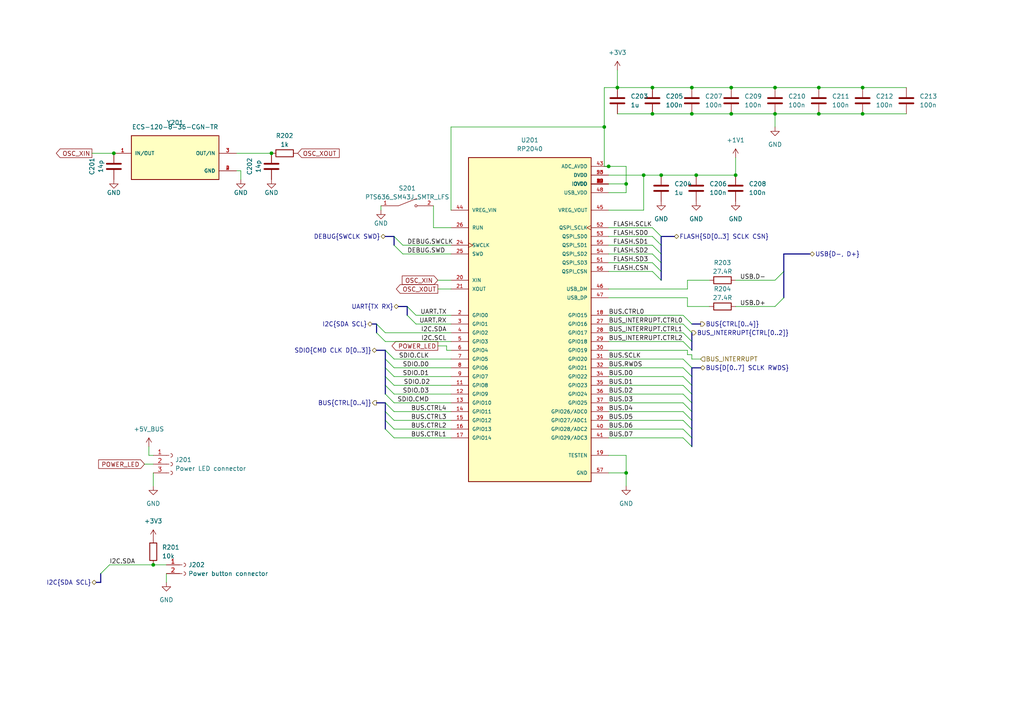
<source format=kicad_sch>
(kicad_sch (version 20221004) (generator eeschema)
  (paper "A4")
  (lib_symbols
    (symbol "Connector:Conn_01x02_Female" (pin_names (offset 1.016) hide)
      (property "Reference" "J" (at 0 2.54 0))
      (property "Value" "Conn_01x02_Female" (at 0 -5.08 0))
      (symbol "Conn_01x02_Female_1_1"
        (arc (start 0 -3.048) (mid 0.5058 -2.54) (end 0 -2.032) (stroke (width 0.1524)))
        (arc (start 0 -0.508) (mid 0.5058 0) (end 0 0.508) (stroke (width 0.1524)))
        (polyline (pts (xy -1.27 -2.54) (xy -0.508 -2.54)) (stroke (width 0.1524)))
        (polyline (pts (xy -1.27 0) (xy -0.508 0)) (stroke (width 0.1524)))
        (pin passive line (at -5.08 0 0) (length 3.81) (name "Pin_1") (number "1"))
        (pin passive line (at -5.08 -2.54 0) (length 3.81) (name "Pin_2") (number "2"))
      )
    )
    (symbol "Connector:Conn_01x03_Female" (pin_names (offset 1.016) hide)
      (property "Reference" "J" (at 0 5.08 0))
      (property "Value" "Conn_01x03_Female" (at 0 -5.08 0))
      (symbol "Conn_01x03_Female_1_1"
        (arc (start 0 -3.048) (mid 0.5058 -2.54) (end 0 -2.032) (stroke (width 0.1524)))
        (arc (start 0 -0.508) (mid 0.5058 0) (end 0 0.508) (stroke (width 0.1524)))
        (polyline (pts (xy -1.27 -2.54) (xy -0.508 -2.54)) (stroke (width 0.1524)))
        (polyline (pts (xy -1.27 0) (xy -0.508 0)) (stroke (width 0.1524)))
        (polyline (pts (xy -1.27 2.54) (xy -0.508 2.54)) (stroke (width 0.1524)))
        (arc (start 0 2.032) (mid 0.5058 2.54) (end 0 3.048) (stroke (width 0.1524)))
        (pin passive line (at -5.08 2.54 0) (length 3.81) (name "Pin_1") (number "1"))
        (pin passive line (at -5.08 0 0) (length 3.81) (name "Pin_2") (number "2"))
        (pin passive line (at -5.08 -2.54 0) (length 3.81) (name "Pin_3") (number "3"))
      )
    )
    (symbol "Device:C" (pin_numbers hide) (pin_names (offset 0.254))
      (property "Reference" "C" (at 0.635 2.54 0))
      (property "Value" "C" (at 0.635 -2.54 0))
      (symbol "C_0_1"
        (polyline (pts (xy -2.032 -0.762) (xy 2.032 -0.762)) (stroke (width 0.508)))
        (polyline (pts (xy -2.032 0.762) (xy 2.032 0.762)) (stroke (width 0.508)))
      )
      (symbol "C_1_1"
        (pin passive line (at 0 3.81 270) (length 2.794) (name "~") (number "1"))
        (pin passive line (at 0 -3.81 90) (length 2.794) (name "~") (number "2"))
      )
    )
    (symbol "Device:R" (pin_numbers hide) (pin_names (offset 0))
      (property "Reference" "R" (at 2.032 0 90))
      (property "Value" "R" (at 0 0 90))
      (symbol "R_0_1"
        (rectangle (start -1.016 -2.54) (end 1.016 2.54) (stroke (width 0.254)))
      )
      (symbol "R_1_1"
        (pin passive line (at 0 3.81 270) (length 1.27) (name "~") (number "1"))
        (pin passive line (at 0 -3.81 90) (length 1.27) (name "~") (number "2"))
      )
    )
    (symbol "ECS-120-8-36-CGN-TR:ECS-120-8-36-CGN-TR" (pin_names (offset 1.016))
      (property "Reference" "Y" (at -12.7254 7.6454 0))
      (property "Value" "ECS-120-8-36-CGN-TR" (at -12.7 -7.62 0))
      (symbol "ECS-120-8-36-CGN-TR_0_0"
        (rectangle (start -12.7 -5.08) (end 12.7 7.62) (stroke (width 0.254)) (fill (type background)))
        (pin bidirectional line (at -17.78 2.54 0) (length 5.08) (name "IN/OUT") (number "1"))
        (pin power_in line (at 17.78 -2.54 180) (length 5.08) (name "GND") (number "2"))
        (pin bidirectional line (at 17.78 2.54 180) (length 5.08) (name "OUT/IN") (number "3"))
        (pin power_in line (at 17.78 -2.54 180) (length 5.08) (name "GND") (number "4"))
      )
    )
    (symbol "PTS636_SM43J_SMTR_LFS:PTS636_SM43J_SMTR_LFS" (pin_names (offset 1.016) hide)
      (property "Reference" "S" (at -2.54 2.54 0))
      (property "Value" "PTS636_SM43J_SMTR_LFS" (at -2.54 -2.54 0))
      (symbol "PTS636_SM43J_SMTR_LFS_0_0"
        (polyline (pts (xy -2.54 0) (xy -5.08 0)) (stroke (width 0.1524)))
        (polyline (pts (xy -2.54 0) (xy 2.794 2.1336)) (stroke (width 0.1524)))
        (polyline (pts (xy 5.08 0) (xy 2.921 0)) (stroke (width 0.1524)))
        (circle (center 2.54 0) (radius 0.3302) (stroke (width 0.1524)))
        (pin passive line (at -7.62 0 0) (length 2.54) (name "~") (number "1"))
        (pin passive line (at 7.62 0 180) (length 2.54) (name "~") (number "2"))
      )
    )
    (symbol "RP2040:RP2040" (pin_names (offset 1.016))
      (property "Reference" "U" (at -17.78 50.8 0))
      (property "Value" "RP2040" (at -17.78 -48.26 0))
      (symbol "RP2040_0_0"
        (rectangle (start -17.78 -45.72) (end 17.78 48.26) (stroke (width 0.254)) (fill (type background)))
        (pin power_in line (at 22.86 40.64 180) (length 5.08) (name "IOVDD") (number "1"))
        (pin power_in line (at 22.86 40.64 180) (length 5.08) (name "IOVDD") (number "10"))
        (pin bidirectional line (at -22.86 -17.78 0) (length 5.08) (name "GPIO8") (number "11"))
        (pin bidirectional line (at -22.86 -20.32 0) (length 5.08) (name "GPIO9") (number "12"))
        (pin bidirectional line (at -22.86 -22.86 0) (length 5.08) (name "GPIO10") (number "13"))
        (pin bidirectional line (at -22.86 -25.4 0) (length 5.08) (name "GPIO11") (number "14"))
        (pin bidirectional line (at -22.86 -27.94 0) (length 5.08) (name "GPIO12") (number "15"))
        (pin bidirectional line (at -22.86 -30.48 0) (length 5.08) (name "GPIO13") (number "16"))
        (pin bidirectional line (at -22.86 -33.02 0) (length 5.08) (name "GPIO14") (number "17"))
        (pin bidirectional line (at 22.86 2.54 180) (length 5.08) (name "GPIO15") (number "18"))
        (pin passive line (at 22.86 -38.1 180) (length 5.08) (name "TESTEN") (number "19"))
        (pin bidirectional line (at -22.86 2.54 0) (length 5.08) (name "GPIO0") (number "2"))
        (pin input line (at -22.86 12.7 0) (length 5.08) (name "XIN") (number "20"))
        (pin output line (at -22.86 10.16 0) (length 5.08) (name "XOUT") (number "21"))
        (pin power_in line (at 22.86 40.64 180) (length 5.08) (name "IOVDD") (number "22"))
        (pin power_in line (at 22.86 43.18 180) (length 5.08) (name "DVDD") (number "23"))
        (pin input clock (at -22.86 22.86 0) (length 5.08) (name "SWCLK") (number "24"))
        (pin bidirectional line (at -22.86 20.32 0) (length 5.08) (name "SWD") (number "25"))
        (pin input line (at -22.86 27.94 0) (length 5.08) (name "RUN") (number "26"))
        (pin bidirectional line (at 22.86 0 180) (length 5.08) (name "GPIO16") (number "27"))
        (pin bidirectional line (at 22.86 -2.54 180) (length 5.08) (name "GPIO17") (number "28"))
        (pin bidirectional line (at 22.86 -5.08 180) (length 5.08) (name "GPIO18") (number "29"))
        (pin bidirectional line (at -22.86 0 0) (length 5.08) (name "GPIO1") (number "3"))
        (pin bidirectional line (at 22.86 -7.62 180) (length 5.08) (name "GPIO19") (number "30"))
        (pin bidirectional line (at 22.86 -10.16 180) (length 5.08) (name "GPIO20") (number "31"))
        (pin bidirectional line (at 22.86 -12.7 180) (length 5.08) (name "GPIO21") (number "32"))
        (pin power_in line (at 22.86 40.64 180) (length 5.08) (name "IOVDD") (number "33"))
        (pin bidirectional line (at 22.86 -15.24 180) (length 5.08) (name "GPIO22") (number "34"))
        (pin bidirectional line (at 22.86 -17.78 180) (length 5.08) (name "GPIO23") (number "35"))
        (pin bidirectional line (at 22.86 -20.32 180) (length 5.08) (name "GPIO24") (number "36"))
        (pin bidirectional line (at 22.86 -22.86 180) (length 5.08) (name "GPIO25") (number "37"))
        (pin bidirectional line (at 22.86 -25.4 180) (length 5.08) (name "GPIO26/ADC0") (number "38"))
        (pin bidirectional line (at 22.86 -27.94 180) (length 5.08) (name "GPIO27/ADC1") (number "39"))
        (pin bidirectional line (at -22.86 -2.54 0) (length 5.08) (name "GPIO2") (number "4"))
        (pin bidirectional line (at 22.86 -30.48 180) (length 5.08) (name "GPIO28/ADC2") (number "40"))
        (pin bidirectional line (at 22.86 -33.02 180) (length 5.08) (name "GPIO29/ADC3") (number "41"))
        (pin power_in line (at 22.86 40.64 180) (length 5.08) (name "IOVDD") (number "42"))
        (pin power_in line (at 22.86 45.72 180) (length 5.08) (name "ADC_AVDD") (number "43"))
        (pin input line (at -22.86 33.02 0) (length 5.08) (name "VREG_VIN") (number "44"))
        (pin power_out line (at 22.86 33.02 180) (length 5.08) (name "VREG_VOUT") (number "45"))
        (pin bidirectional line (at 22.86 10.16 180) (length 5.08) (name "USB_DM") (number "46"))
        (pin bidirectional line (at 22.86 7.62 180) (length 5.08) (name "USB_DP") (number "47"))
        (pin power_in line (at 22.86 38.1 180) (length 5.08) (name "USB_VDD") (number "48"))
        (pin power_in line (at 22.86 40.64 180) (length 5.08) (name "IOVDD") (number "49"))
        (pin bidirectional line (at -22.86 -5.08 0) (length 5.08) (name "GPIO3") (number "5"))
        (pin power_in line (at 22.86 43.18 180) (length 5.08) (name "DVDD") (number "50"))
        (pin bidirectional line (at 22.86 17.78 180) (length 5.08) (name "QSPI_SD3") (number "51"))
        (pin bidirectional clock (at 22.86 27.94 180) (length 5.08) (name "QSPI_SCLK") (number "52"))
        (pin bidirectional line (at 22.86 25.4 180) (length 5.08) (name "QSPI_SD0") (number "53"))
        (pin bidirectional line (at 22.86 20.32 180) (length 5.08) (name "QSPI_SD2") (number "54"))
        (pin bidirectional line (at 22.86 22.86 180) (length 5.08) (name "QSPI_SD1") (number "55"))
        (pin bidirectional line (at 22.86 15.24 180) (length 5.08) (name "QSPI_CSN") (number "56"))
        (pin power_in line (at 22.86 -43.18 180) (length 5.08) (name "GND") (number "57"))
        (pin bidirectional line (at -22.86 -7.62 0) (length 5.08) (name "GPIO4") (number "6"))
        (pin bidirectional line (at -22.86 -10.16 0) (length 5.08) (name "GPIO5") (number "7"))
        (pin bidirectional line (at -22.86 -12.7 0) (length 5.08) (name "GPIO6") (number "8"))
        (pin bidirectional line (at -22.86 -15.24 0) (length 5.08) (name "GPIO7") (number "9"))
      )
    )
    (symbol "power:+1V1" (power) (pin_names (offset 0))
      (property "Value" "+1V1" (at 0 3.556 0))
      (symbol "+1V1_0_1"
        (polyline (pts (xy -0.762 1.27) (xy 0 2.54)))
        (polyline (pts (xy 0 0) (xy 0 2.54)))
        (polyline (pts (xy 0 2.54) (xy 0.762 1.27)))
      )
      (symbol "+1V1_1_1"
        (pin power_in line (at 0 0 90) (length 0) hide (name "+1V1") (number "1"))
      )
    )
    (symbol "power:+3V3" (power) (pin_names (offset 0))
      (property "Value" "+3V3" (at 0 3.556 0))
      (symbol "+3V3_0_1"
        (polyline (pts (xy -0.762 1.27) (xy 0 2.54)))
        (polyline (pts (xy 0 0) (xy 0 2.54)))
        (polyline (pts (xy 0 2.54) (xy 0.762 1.27)))
      )
      (symbol "+3V3_1_1"
        (pin power_in line (at 0 0 90) (length 0) hide (name "+3V3") (number "1"))
      )
    )
    (symbol "power:GND" (power) (pin_names (offset 0))
      (property "Value" "GND" (at 0 -3.81 0))
      (symbol "GND_0_1"
        (polyline (pts (xy 0 0) (xy 0 -1.27) (xy 1.27 -1.27) (xy 0 -2.54) (xy -1.27 -1.27) (xy 0 -1.27)))
      )
      (symbol "GND_1_1"
        (pin power_in line (at 0 0 270) (length 0) hide (name "GND") (number "1"))
      )
    )
    (symbol "project_power:+5V_BUS" (power) (pin_names (offset 0))
      (property "Value" "+5V_BUS" (at 0 3.556 0))
      (symbol "+5V_BUS_0_1"
        (polyline (pts (xy -0.762 1.27) (xy 0 2.54)))
        (polyline (pts (xy 0 0) (xy 0 2.54)))
        (polyline (pts (xy 0 2.54) (xy 0.762 1.27)))
      )
      (symbol "+5V_BUS_1_1"
        (pin power_in line (at 0 0 90) (length 0) hide (name "+5V_BUS") (number "1"))
      )
    )
  )
  (junction (at 212.09 25.4))
  (junction (at 237.49 33.02))
  (junction (at 176.53 48.26))
  (junction (at 224.79 33.02))
  (junction (at 181.61 137.16))
  (junction (at 250.19 33.02))
  (junction (at 189.23 33.02))
  (junction (at 78.74 44.45))
  (junction (at 224.79 25.4))
  (junction (at 250.19 25.4))
  (junction (at 33.02 44.45))
  (junction (at 44.45 163.83))
  (junction (at 189.23 25.4))
  (junction (at 212.09 33.02))
  (junction (at 186.69 50.8))
  (junction (at 213.36 50.8))
  (junction (at 237.49 25.4))
  (junction (at 179.07 25.4))
  (junction (at 181.61 53.34))
  (junction (at 200.66 25.4))
  (junction (at 175.26 36.83))
  (junction (at 201.93 50.8))
  (junction (at 200.66 33.02))
  (junction (at 191.77 50.8))
  (bus_entry (at 189.23 68.58) (size 2.54 2.54))
  (bus_entry (at 111.76 106.68) (size 2.54 2.54))
  (bus_entry (at 198.12 96.52) (size 2.54 2.54))
  (bus_entry (at 198.12 121.92) (size 2.54 2.54))
  (bus_entry (at 189.23 76.2) (size 2.54 2.54))
  (bus_entry (at 198.12 104.14) (size 2.54 2.54))
  (bus_entry (at 111.76 104.14) (size 2.54 2.54))
  (bus_entry (at 111.76 111.76) (size 2.54 2.54))
  (bus_entry (at 120.65 93.98) (size -2.54 -2.54))
  (bus_entry (at 114.3 127) (size -2.54 -2.54))
  (bus_entry (at 189.23 73.66) (size 2.54 2.54))
  (bus_entry (at 198.12 111.76) (size 2.54 2.54))
  (bus_entry (at 198.12 99.06) (size 2.54 2.54))
  (bus_entry (at 198.12 127) (size 2.54 2.54))
  (bus_entry (at 198.12 119.38) (size 2.54 2.54))
  (bus_entry (at 111.76 109.22) (size 2.54 2.54))
  (bus_entry (at 114.3 71.12) (size 2.54 2.54))
  (bus_entry (at 114.3 68.58) (size 2.54 2.54))
  (bus_entry (at 198.12 114.3) (size 2.54 2.54))
  (bus_entry (at 114.3 121.92) (size -2.54 -2.54))
  (bus_entry (at 198.12 106.68) (size 2.54 2.54))
  (bus_entry (at 111.76 99.06) (size -2.54 -2.54))
  (bus_entry (at 198.12 93.98) (size 2.54 2.54))
  (bus_entry (at 200.66 111.76) (size -2.54 -2.54))
  (bus_entry (at 198.12 116.84) (size 2.54 2.54))
  (bus_entry (at 114.3 119.38) (size -2.54 -2.54))
  (bus_entry (at 224.79 81.28) (size 2.54 -2.54))
  (bus_entry (at 224.79 88.9) (size 2.54 -2.54))
  (bus_entry (at 189.23 66.04) (size 2.54 2.54))
  (bus_entry (at 114.3 124.46) (size -2.54 -2.54))
  (bus_entry (at 198.12 91.44) (size 2.54 2.54))
  (bus_entry (at 111.76 101.6) (size 2.54 2.54))
  (bus_entry (at 31.75 163.83) (size -2.54 2.54))
  (bus_entry (at 198.12 124.46) (size 2.54 2.54))
  (bus_entry (at 189.23 78.74) (size 2.54 2.54))
  (bus_entry (at 111.76 114.3) (size 2.54 2.54))
  (bus_entry (at 111.76 96.52) (size -2.54 -2.54))
  (bus_entry (at 189.23 71.12) (size 2.54 2.54))
  (bus_entry (at 120.65 91.44) (size -2.54 -2.54))
  (wire (pts (xy 200.66 104.14) (xy 203.2 104.14)))
  (bus (pts (xy 111.76 104.14) (xy 111.76 101.6)))
  (wire (pts (xy 224.79 33.02) (xy 237.49 33.02)))
  (wire (pts (xy 69.85 49.53) (xy 68.58 49.53)))
  (wire (pts (xy 224.79 33.02) (xy 224.79 36.83)))
  (wire (pts (xy 176.53 71.12) (xy 189.23 71.12)))
  (bus (pts (xy 111.76 111.76) (xy 111.76 109.22)))
  (wire (pts (xy 175.26 48.26) (xy 176.53 48.26)))
  (wire (pts (xy 237.49 25.4) (xy 250.19 25.4)))
  (wire (pts (xy 26.67 44.45) (xy 33.02 44.45)))
  (bus (pts (xy 191.77 78.74) (xy 191.77 76.2)))
  (wire (pts (xy 181.61 55.88) (xy 181.61 53.34)))
  (wire (pts (xy 176.53 76.2) (xy 189.23 76.2)))
  (wire (pts (xy 127 83.82) (xy 130.81 83.82)))
  (wire (pts (xy 181.61 137.16) (xy 181.61 132.08)))
  (wire (pts (xy 176.53 99.06) (xy 198.12 99.06)))
  (bus (pts (xy 200.66 96.52) (xy 200.66 99.06)))
  (wire (pts (xy 189.23 33.02) (xy 200.66 33.02)))
  (bus (pts (xy 203.2 106.68) (xy 200.66 106.68)))
  (wire (pts (xy 186.69 60.96) (xy 186.69 50.8)))
  (wire (pts (xy 44.45 137.16) (xy 44.45 140.97)))
  (wire (pts (xy 41.91 134.62) (xy 44.45 134.62)))
  (bus (pts (xy 200.66 106.68) (xy 200.66 109.22)))
  (wire (pts (xy 129.54 100.33) (xy 129.54 101.6)))
  (wire (pts (xy 213.36 88.9) (xy 224.79 88.9)))
  (wire (pts (xy 186.69 50.8) (xy 191.77 50.8)))
  (wire (pts (xy 130.81 60.96) (xy 130.81 36.83)))
  (bus (pts (xy 109.22 96.52) (xy 109.22 93.98)))
  (bus (pts (xy 109.22 93.98) (xy 107.95 93.98)))
  (wire (pts (xy 176.53 86.36) (xy 199.39 86.36)))
  (bus (pts (xy 227.33 78.74) (xy 227.33 73.66)))
  (wire (pts (xy 179.07 33.02) (xy 189.23 33.02)))
  (wire (pts (xy 224.79 25.4) (xy 237.49 25.4)))
  (wire (pts (xy 44.45 163.83) (xy 48.26 163.83)))
  (wire (pts (xy 176.53 50.8) (xy 186.69 50.8)))
  (wire (pts (xy 114.3 109.22) (xy 130.81 109.22)))
  (bus (pts (xy 200.66 116.84) (xy 200.66 119.38)))
  (wire (pts (xy 181.61 53.34) (xy 181.61 48.26)))
  (wire (pts (xy 125.73 59.69) (xy 125.73 66.04)))
  (wire (pts (xy 198.12 116.84) (xy 176.53 116.84)))
  (wire (pts (xy 212.09 33.02) (xy 224.79 33.02)))
  (wire (pts (xy 130.81 93.98) (xy 120.65 93.98)))
  (wire (pts (xy 201.93 50.8) (xy 213.36 50.8)))
  (wire (pts (xy 176.53 91.44) (xy 198.12 91.44)))
  (bus (pts (xy 191.77 71.12) (xy 191.77 68.58)))
  (bus (pts (xy 111.76 109.22) (xy 111.76 106.68)))
  (wire (pts (xy 199.39 86.36) (xy 199.39 88.9)))
  (wire (pts (xy 114.3 111.76) (xy 130.81 111.76)))
  (bus (pts (xy 111.76 106.68) (xy 111.76 104.14)))
  (wire (pts (xy 130.81 121.92) (xy 114.3 121.92)))
  (wire (pts (xy 213.36 45.72) (xy 213.36 50.8)))
  (wire (pts (xy 198.12 119.38) (xy 176.53 119.38)))
  (bus (pts (xy 191.77 68.58) (xy 195.58 68.58)))
  (wire (pts (xy 116.84 73.66) (xy 130.81 73.66)))
  (wire (pts (xy 198.12 109.22) (xy 176.53 109.22)))
  (bus (pts (xy 111.76 124.46) (xy 111.76 121.92)))
  (wire (pts (xy 189.23 25.4) (xy 200.66 25.4)))
  (wire (pts (xy 69.85 52.07) (xy 69.85 49.53)))
  (wire (pts (xy 68.58 44.45) (xy 78.74 44.45)))
  (bus (pts (xy 200.66 121.92) (xy 200.66 124.46)))
  (wire (pts (xy 200.66 25.4) (xy 212.09 25.4)))
  (bus (pts (xy 118.11 91.44) (xy 118.11 88.9)))
  (wire (pts (xy 114.3 104.14) (xy 130.81 104.14)))
  (wire (pts (xy 176.53 83.82) (xy 199.39 83.82)))
  (bus (pts (xy 111.76 116.84) (xy 109.22 116.84)))
  (wire (pts (xy 127 81.28) (xy 130.81 81.28)))
  (wire (pts (xy 176.53 73.66) (xy 189.23 73.66)))
  (wire (pts (xy 199.39 101.6) (xy 199.39 102.87)))
  (bus (pts (xy 200.66 127) (xy 200.66 129.54)))
  (wire (pts (xy 250.19 25.4) (xy 262.89 25.4)))
  (bus (pts (xy 200.66 119.38) (xy 200.66 121.92)))
  (wire (pts (xy 199.39 102.87) (xy 200.66 102.87)))
  (bus (pts (xy 111.76 101.6) (xy 109.22 101.6)))
  (wire (pts (xy 198.12 111.76) (xy 176.53 111.76)))
  (wire (pts (xy 48.26 166.37) (xy 48.26 168.91)))
  (wire (pts (xy 130.81 99.06) (xy 111.76 99.06)))
  (bus (pts (xy 191.77 76.2) (xy 191.77 73.66)))
  (bus (pts (xy 114.3 71.12) (xy 114.3 68.58)))
  (wire (pts (xy 130.81 127) (xy 114.3 127)))
  (wire (pts (xy 181.61 132.08) (xy 176.53 132.08)))
  (bus (pts (xy 200.66 114.3) (xy 200.66 111.76)))
  (wire (pts (xy 116.84 71.12) (xy 130.81 71.12)))
  (wire (pts (xy 130.81 36.83) (xy 175.26 36.83)))
  (wire (pts (xy 114.3 116.84) (xy 130.81 116.84)))
  (bus (pts (xy 191.77 73.66) (xy 191.77 71.12)))
  (wire (pts (xy 110.49 59.69) (xy 110.49 60.96)))
  (wire (pts (xy 129.54 101.6) (xy 130.81 101.6)))
  (wire (pts (xy 130.81 96.52) (xy 111.76 96.52)))
  (wire (pts (xy 199.39 88.9) (xy 205.74 88.9)))
  (bus (pts (xy 111.76 121.92) (xy 111.76 119.38)))
  (wire (pts (xy 176.53 66.04) (xy 189.23 66.04)))
  (wire (pts (xy 199.39 81.28) (xy 205.74 81.28)))
  (wire (pts (xy 125.73 66.04) (xy 130.81 66.04)))
  (wire (pts (xy 43.18 132.08) (xy 44.45 132.08)))
  (wire (pts (xy 176.53 101.6) (xy 199.39 101.6)))
  (bus (pts (xy 111.76 119.38) (xy 111.76 116.84)))
  (wire (pts (xy 199.39 83.82) (xy 199.39 81.28)))
  (bus (pts (xy 111.76 114.3) (xy 111.76 111.76)))
  (wire (pts (xy 114.3 106.68) (xy 130.81 106.68)))
  (wire (pts (xy 130.81 119.38) (xy 114.3 119.38)))
  (wire (pts (xy 43.18 129.54) (xy 43.18 132.08)))
  (bus (pts (xy 200.66 114.3) (xy 200.66 116.84)))
  (wire (pts (xy 176.53 96.52) (xy 198.12 96.52)))
  (wire (pts (xy 250.19 33.02) (xy 262.89 33.02)))
  (wire (pts (xy 198.12 127) (xy 176.53 127)))
  (wire (pts (xy 176.53 68.58) (xy 189.23 68.58)))
  (wire (pts (xy 175.26 25.4) (xy 175.26 36.83)))
  (wire (pts (xy 176.53 48.26) (xy 181.61 48.26)))
  (bus (pts (xy 29.21 168.91) (xy 27.94 168.91)))
  (wire (pts (xy 198.12 106.68) (xy 176.53 106.68)))
  (wire (pts (xy 191.77 50.8) (xy 201.93 50.8)))
  (wire (pts (xy 114.3 114.3) (xy 130.81 114.3)))
  (wire (pts (xy 175.26 36.83) (xy 175.26 48.26)))
  (bus (pts (xy 114.3 68.58) (xy 111.76 68.58)))
  (wire (pts (xy 212.09 25.4) (xy 224.79 25.4)))
  (wire (pts (xy 181.61 137.16) (xy 176.53 137.16)))
  (wire (pts (xy 213.36 81.28) (xy 224.79 81.28)))
  (wire (pts (xy 200.66 33.02) (xy 212.09 33.02)))
  (wire (pts (xy 127 100.33) (xy 129.54 100.33)))
  (wire (pts (xy 198.12 104.14) (xy 176.53 104.14)))
  (bus (pts (xy 200.66 124.46) (xy 200.66 127)))
  (wire (pts (xy 237.49 33.02) (xy 250.19 33.02)))
  (wire (pts (xy 198.12 124.46) (xy 176.53 124.46)))
  (wire (pts (xy 176.53 53.34) (xy 181.61 53.34)))
  (bus (pts (xy 200.66 109.22) (xy 200.66 111.76)))
  (wire (pts (xy 181.61 140.97) (xy 181.61 137.16)))
  (bus (pts (xy 118.11 88.9) (xy 115.57 88.9)))
  (bus (pts (xy 200.66 93.98) (xy 203.2 93.98)))
  (wire (pts (xy 176.53 93.98) (xy 198.12 93.98)))
  (wire (pts (xy 176.53 60.96) (xy 186.69 60.96)))
  (wire (pts (xy 179.07 20.32) (xy 179.07 25.4)))
  (wire (pts (xy 198.12 121.92) (xy 176.53 121.92)))
  (wire (pts (xy 176.53 55.88) (xy 181.61 55.88)))
  (bus (pts (xy 227.33 73.66) (xy 234.95 73.66)))
  (wire (pts (xy 179.07 25.4) (xy 189.23 25.4)))
  (bus (pts (xy 200.66 99.06) (xy 200.66 101.6)))
  (wire (pts (xy 130.81 124.46) (xy 114.3 124.46)))
  (wire (pts (xy 176.53 78.74) (xy 189.23 78.74)))
  (wire (pts (xy 130.81 91.44) (xy 120.65 91.44)))
  (wire (pts (xy 198.12 114.3) (xy 176.53 114.3)))
  (wire (pts (xy 175.26 25.4) (xy 179.07 25.4)))
  (bus (pts (xy 29.21 166.37) (xy 29.21 168.91)))
  (bus (pts (xy 227.33 86.36) (xy 227.33 78.74)))
  (wire (pts (xy 31.75 163.83) (xy 44.45 163.83)))
  (bus (pts (xy 191.77 81.28) (xy 191.77 78.74)))
  (wire (pts (xy 200.66 102.87) (xy 200.66 104.14)))
  (label "BUS.CTRL4" (at 129.54 119.38 0))
  (label "USB.D+" (at 214.63 88.9 0))
  (label "BUS.RWDS" (at 176.53 106.68 0))
  (label "FLASH.CSN" (at 177.8 78.74 0))
  (label "FLASH.SD3" (at 177.8 76.2 0))
  (label "FLASH.SD1" (at 177.8 71.12 0))
  (label "DEBUG.SWD" (at 118.11 73.66 0))
  (label "BUS.D4" (at 176.53 119.38 0))
  (label "BUS.CTRL1" (at 129.54 127 0))
  (label "BUS.CTRL0" (at 176.53 91.44 0))
  (label "DEBUG.SWCLK" (at 118.11 71.12 0))
  (label "BUS.D6" (at 176.53 124.46 0))
  (label "FLASH.SCLK" (at 177.8 66.04 0))
  (label "SDIO.D3" (at 124.46 114.3 0))
  (label "I2C.SDA" (at 31.75 163.83 0))
  (label "SDIO.D2" (at 124.7564 111.76 0))
  (label "UART.TX" (at 121.92 91.44 0))
  (label "BUS.D2" (at 176.53 114.3 0))
  (label "I2C.SDA" (at 129.54 96.52 0))
  (label "UART.RX" (at 129.54 93.98 0))
  (label "BUS_INTERRUPT.CTRL2" (at 176.53 99.06 0))
  (label "BUS_INTERRUPT.CTRL1" (at 176.53 96.52 0))
  (label "SDIO.D1" (at 124.46 109.22 0))
  (label "FLASH.SD0" (at 177.8 68.58 0))
  (label "BUS.CTRL3" (at 129.54 121.92 0))
  (label "BUS.SCLK" (at 176.53 104.14 0))
  (label "BUS.D5" (at 176.53 121.92 0))
  (label "USB.D-" (at 214.63 81.28 0))
  (label "BUS.D1" (at 176.53 111.76 0))
  (label "BUS.D0" (at 176.53 109.22 0))
  (label "I2C.SCL" (at 129.54 99.06 0))
  (label "BUS.D7" (at 176.53 127 0))
  (label "SDIO.CMD" (at 124.46 116.84 0))
  (label "BUS.D3" (at 176.53 116.84 0))
  (label "BUS_INTERRUPT.CTRL0" (at 176.53 93.98 0))
  (label "SDIO.CLK" (at 124.46 104.14 0))
  (label "FLASH.SD2" (at 177.8 73.66 0))
  (label "SDIO.D0" (at 124.46 106.68 0))
  (label "BUS.CTRL2" (at 129.54 124.46 0))
  (global_label "POWER_LED" (shape input) (at 41.91 134.62 180) (property "Odnośniki między arkuszami" "${INTERSHEET_REFS}" (effects hide)))
  (global_label "OSC_XOUT" (shape input) (at 86.36 44.45 0) (property "Odnośniki między arkuszami" "${INTERSHEET_REFS}" (effects hide)))
  (global_label "POWER_LED" (shape output) (at 127 100.33 180) (property "Odnośniki między arkuszami" "${INTERSHEET_REFS}" (effects hide)))
  (global_label "OSC_XOUT" (shape output) (at 127 83.82 180) (property "Odnośniki między arkuszami" "${INTERSHEET_REFS}" (effects hide)))
  (global_label "OSC_XIN" (shape input) (at 127 81.28 180) (property "Odnośniki między arkuszami" "${INTERSHEET_REFS}" (effects hide)))
  (global_label "OSC_XIN" (shape output) (at 26.67 44.45 180) (property "Odnośniki między arkuszami" "${INTERSHEET_REFS}" (effects hide)))
  (hierarchical_label "BUS{D[0..7] SCLK RWDS}" (shape bidirectional) (at 203.2 106.68 0))
  (hierarchical_label "UART{TX RX}" (shape bidirectional) (at 115.57 88.9 180))
  (hierarchical_label "DEBUG{SWCLK SWD}" (shape bidirectional) (at 111.76 68.58 180))
  (hierarchical_label "USB{D-, D+}" (shape bidirectional) (at 234.95 73.66 0))
  (hierarchical_label "BUS_INTERRUPT{CTRL[0..2]}" (shape output) (at 200.66 96.52 0))
  (hierarchical_label "SDIO{CMD CLK D[0..3]}" (shape bidirectional) (at 109.22 101.6 180))
  (hierarchical_label "BUS{CTRL[0..4]}" (shape output) (at 109.22 116.84 180))
  (hierarchical_label "BUS{CTRL[0..4]}" (shape output) (at 203.2 93.98 0))
  (hierarchical_label "I2C{SDA SCL}" (shape bidirectional) (at 27.94 168.91 180))
  (hierarchical_label "I2C{SDA SCL}" (shape bidirectional) (at 107.95 93.98 180))
  (hierarchical_label "BUS_INTERRUPT" (shape input) (at 203.2 104.14 0))
  (hierarchical_label "FLASH{SD[0..3] SCLK CSN}" (shape bidirectional) (at 195.58 68.58 0))
  (symbol (lib_id "Device:C") (at 201.93 54.61 0) (unit 1)
    (property "Reference" "C206" (at 205.74 53.3399 0) (effects (justify left)))
    (property "Value" "100n" (at 205.74 55.8799 0) (effects (justify left)))
    (property "Footprint" "Capacitor_SMD:C_0603_1608Metric_Pad1.08x0.95mm_HandSolder" (effects hide))
  )
  (symbol (lib_id "Device:C") (at 224.79 29.21 0) (unit 1)
    (property "Reference" "C210" (at 228.6 27.9399 0) (effects (justify left)))
    (property "Value" "100n" (at 228.6 30.4799 0) (effects (justify left)))
    (property "Footprint" "Capacitor_SMD:C_0603_1608Metric_Pad1.08x0.95mm_HandSolder" (effects hide))
  )
  (symbol (lib_id "power:GND") (at 213.36 58.42 0) (unit 1)
    (property "Reference" "#PWR0212" (effects hide))
    (property "Value" "GND" (at 213.36 63.5 0))
  )
  (symbol (lib_id "Device:C") (at 179.07 29.21 0) (unit 1)
    (property "Reference" "C203" (at 182.88 27.9399 0) (effects (justify left)))
    (property "Value" "1u" (at 182.88 30.4799 0) (effects (justify left)))
    (property "Footprint" "Capacitor_SMD:C_0603_1608Metric_Pad1.08x0.95mm_HandSolder" (effects hide))
  )
  (symbol (lib_id "Device:C") (at 250.19 29.21 0) (unit 1)
    (property "Reference" "C212" (at 254 27.9399 0) (effects (justify left)))
    (property "Value" "100n" (at 254 30.4799 0) (effects (justify left)))
    (property "Footprint" "Capacitor_SMD:C_0603_1608Metric_Pad1.08x0.95mm_HandSolder" (effects hide))
  )
  (symbol (lib_id "PTS636_SM43J_SMTR_LFS:PTS636_SM43J_SMTR_LFS") (at 118.11 59.69 0) (unit 1)
    (property "Reference" "S201" (at 118.11 54.61 0))
    (property "Value" "PTS636_SM43J_SMTR_LFS" (at 118.11 57.15 0))
    (property "Footprint" "footprints:SW_PTS636_SM43J_SMTR_LFS" (effects hide))
    (property "PARTREV" "27 mar 19" (effects hide))
    (property "MANUFACTURER" "C&K" (effects hide))
    (property "STANDARD" "Manufacturer Recommendations" (effects hide))
    (property "MAXIMUM_PACKAGE_HEIGHT" "4.3 mm" (effects hide))
  )
  (symbol (lib_id "power:GND") (at 69.85 52.07 0) (unit 1)
    (property "Reference" "#PWR0129" (effects hide))
    (property "Value" "GND" (at 69.85 55.88 0))
  )
  (symbol (lib_id "Device:C") (at 200.66 29.21 0) (unit 1)
    (property "Reference" "C207" (at 204.47 27.9399 0) (effects (justify left)))
    (property "Value" "100n" (at 204.47 30.4799 0) (effects (justify left)))
    (property "Footprint" "Capacitor_SMD:C_0603_1608Metric_Pad1.08x0.95mm_HandSolder" (effects hide))
  )
  (symbol (lib_id "Device:C") (at 191.77 54.61 0) (unit 1)
    (property "Reference" "C204" (at 195.58 53.3399 0) (effects (justify left)))
    (property "Value" "1u" (at 195.58 55.8799 0) (effects (justify left)))
    (property "Footprint" "Capacitor_SMD:C_0603_1608Metric_Pad1.08x0.95mm_HandSolder" (effects hide))
  )
  (symbol (lib_id "power:GND") (at 224.79 36.83 0) (unit 1)
    (property "Reference" "#PWR0213" (effects hide))
    (property "Value" "GND" (at 224.79 41.91 0))
  )
  (symbol (lib_id "power:+3V3") (at 179.07 20.32 0) (unit 1)
    (property "Reference" "#PWR0121" (effects hide))
    (property "Value" "+3V3" (at 179.07 15.24 0))
  )
  (symbol (lib_id "power:GND") (at 181.61 140.97 0) (unit 1)
    (property "Reference" "#PWR0207" (effects hide))
    (property "Value" "GND" (at 181.61 146.05 0))
  )
  (symbol (lib_id "RP2040:RP2040") (at 153.67 93.98 0) (unit 1)
    (property "Reference" "U201" (at 153.67 40.64 0))
    (property "Value" "RP2040" (at 153.67 43.18 0))
    (property "Footprint" "footprints:QFN40P700X700X90-57N" (effects hide))
    (property "STANDARD" "IPC 7351B" (effects hide))
    (property "PARTREV" "1.6.1" (effects hide))
    (property "MANUFACTURER" "Raspberry Pi" (effects hide))
    (property "MAXIMUM_PACKAGE_HEIGHT" "0.9 mm" (effects hide))
  )
  (symbol (lib_id "ECS-120-8-36-CGN-TR:ECS-120-8-36-CGN-TR") (at 50.8 46.99 0) (unit 1)
    (property "Reference" "Y201" (at 50.8 35.56 0))
    (property "Value" "ECS-120-8-36-CGN-TR" (at 50.8 36.83 0))
    (property "Footprint" "footprints:XTAL_ECS-120-8-36-CGN-TR" (effects hide))
    (property "MP" "ECX-2236" (effects hide))
    (property "STANDARD" "Manufacturer Recommendation" (effects hide))
    (property "AVAILABILITY" "Good" (effects hide))
    (property "PARTREV" "2017" (effects hide))
    (property "DESCRIPTION" "The minature ECX-2236 is a compact SMD Crystal. The industry standard 2.5 x 2.0 x 0.55 mm ceramic package is ideal for today’s SMD manufacturing environment." (effects hide))
    (property "PACKAGE" "SMD-4 ECX" (effects hide))
    (property "MF" "ECS INC" (effects hide))
  )
  (symbol (lib_id "project_power:+5V_BUS") (at 43.18 129.54 0) (unit 1)
    (property "Reference" "#PWR0123" (effects hide))
    (property "Value" "+5V_BUS" (at 43.18 124.46 0))
  )
  (symbol (lib_id "power:GND") (at 201.93 58.42 0) (unit 1)
    (property "Reference" "#PWR0210" (effects hide))
    (property "Value" "GND" (at 201.93 63.5 0))
  )
  (symbol (lib_id "Device:C") (at 78.74 48.26 0) (unit 1)
    (property "Reference" "C202" (at 72.39 48.26 90))
    (property "Value" "14p" (at 74.93 48.26 90))
    (property "Footprint" "Capacitor_SMD:C_0603_1608Metric_Pad1.08x0.95mm_HandSolder" (effects hide))
  )
  (symbol (lib_id "Device:R") (at 209.55 88.9 90) (unit 1)
    (property "Reference" "R204" (at 209.55 83.82 90))
    (property "Value" "27.4R" (at 209.55 86.36 90))
    (property "Footprint" "Resistor_SMD:R_0603_1608Metric_Pad0.98x0.95mm_HandSolder" (effects hide))
  )
  (symbol (lib_id "Device:C") (at 189.23 29.21 0) (unit 1)
    (property "Reference" "C205" (at 193.04 27.9399 0) (effects (justify left)))
    (property "Value" "100n" (at 193.04 30.4799 0) (effects (justify left)))
    (property "Footprint" "Capacitor_SMD:C_0603_1608Metric_Pad1.08x0.95mm_HandSolder" (effects hide))
  )
  (symbol (lib_id "Device:R") (at 209.55 81.28 90) (unit 1)
    (property "Reference" "R203" (at 209.55 76.2 90))
    (property "Value" "27.4R" (at 209.55 78.74 90))
    (property "Footprint" "Resistor_SMD:R_0603_1608Metric_Pad0.98x0.95mm_HandSolder" (effects hide))
  )
  (symbol (lib_id "Connector:Conn_01x02_Female") (at 53.34 163.83 0) (unit 1)
    (property "Reference" "J202" (at 54.61 163.8299 0) (effects (justify left)))
    (property "Value" "Power button connector" (at 54.61 166.3699 0) (effects (justify left)))
    (property "Footprint" "Connector_PinHeader_2.54mm:PinHeader_1x02_P2.54mm_Vertical" (effects hide))
  )
  (symbol (lib_id "Device:R") (at 44.45 160.02 0) (unit 1)
    (property "Reference" "R201" (at 46.99 158.7499 0) (effects (justify left)))
    (property "Value" "10k" (at 46.99 161.2899 0) (effects (justify left)))
    (property "Footprint" "Resistor_SMD:R_0603_1608Metric_Pad0.98x0.95mm_HandSolder" (effects hide))
  )
  (symbol (lib_id "power:GND") (at 191.77 58.42 0) (unit 1)
    (property "Reference" "#PWR0209" (effects hide))
    (property "Value" "GND" (at 191.77 63.5 0))
  )
  (symbol (lib_id "power:GND") (at 78.74 52.07 0) (unit 1)
    (property "Reference" "#PWR0128" (effects hide))
    (property "Value" "GND" (at 78.74 55.88 0))
  )
  (symbol (lib_id "power:+3V3") (at 44.45 156.21 0) (unit 1)
    (property "Reference" "#PWR0204" (effects hide))
    (property "Value" "+3V3" (at 44.45 151.13 0))
  )
  (symbol (lib_id "Connector:Conn_01x03_Female") (at 49.53 134.62 0) (unit 1)
    (property "Reference" "J201" (at 50.8 133.3499 0) (effects (justify left)))
    (property "Value" "Power LED connector" (at 50.8 135.8899 0) (effects (justify left)))
    (property "Footprint" "Connector_PinHeader_2.54mm:PinHeader_1x03_P2.54mm_Vertical" (effects hide))
  )
  (symbol (lib_id "Device:C") (at 213.36 54.61 0) (unit 1)
    (property "Reference" "C208" (at 217.17 53.3399 0) (effects (justify left)))
    (property "Value" "100n" (at 217.17 55.8799 0) (effects (justify left)))
    (property "Footprint" "Capacitor_SMD:C_0603_1608Metric_Pad1.08x0.95mm_HandSolder" (effects hide))
  )
  (symbol (lib_id "Device:C") (at 33.02 48.26 0) (unit 1)
    (property "Reference" "C201" (at 26.67 48.26 90))
    (property "Value" "14p" (at 29.21 48.26 90))
    (property "Footprint" "Capacitor_SMD:C_0603_1608Metric_Pad1.08x0.95mm_HandSolder" (effects hide))
  )
  (symbol (lib_id "power:GND") (at 44.45 140.97 0) (unit 1)
    (property "Reference" "#PWR0203" (effects hide))
    (property "Value" "GND" (at 44.45 146.05 0))
  )
  (symbol (lib_id "power:GND") (at 33.02 52.07 0) (unit 1)
    (property "Reference" "#PWR0127" (effects hide))
    (property "Value" "GND" (at 33.02 55.88 0))
  )
  (symbol (lib_id "power:+1V1") (at 213.36 45.72 0) (unit 1)
    (property "Reference" "#PWR0211" (effects hide))
    (property "Value" "+1V1" (at 213.36 40.64 0))
  )
  (symbol (lib_id "Device:C") (at 237.49 29.21 0) (unit 1)
    (property "Reference" "C211" (at 241.3 27.9399 0) (effects (justify left)))
    (property "Value" "100n" (at 241.3 30.4799 0) (effects (justify left)))
    (property "Footprint" "Capacitor_SMD:C_0603_1608Metric_Pad1.08x0.95mm_HandSolder" (effects hide))
  )
  (symbol (lib_id "Device:C") (at 262.89 29.21 0) (unit 1)
    (property "Reference" "C213" (at 266.7 27.9399 0) (effects (justify left)))
    (property "Value" "100n" (at 266.7 30.4799 0) (effects (justify left)))
    (property "Footprint" "Capacitor_SMD:C_0603_1608Metric_Pad1.08x0.95mm_HandSolder" (effects hide))
  )
  (symbol (lib_id "Device:R") (at 82.55 44.45 90) (unit 1)
    (property "Reference" "R202" (at 82.55 39.37 90))
    (property "Value" "1k" (at 82.55 41.91 90))
    (property "Footprint" "Resistor_SMD:R_0603_1608Metric_Pad0.98x0.95mm_HandSolder" (effects hide))
  )
  (symbol (lib_id "power:GND") (at 48.26 168.91 0) (unit 1)
    (property "Reference" "#PWR0205" (effects hide))
    (property "Value" "GND" (at 48.26 173.99 0))
  )
  (symbol (lib_id "Device:C") (at 212.09 29.21 0) (unit 1)
    (property "Reference" "C209" (at 215.9 27.9399 0) (effects (justify left)))
    (property "Value" "100n" (at 215.9 30.4799 0) (effects (justify left)))
    (property "Footprint" "Capacitor_SMD:C_0603_1608Metric_Pad1.08x0.95mm_HandSolder" (effects hide))
  )
  (symbol (lib_id "power:GND") (at 110.49 60.96 0) (unit 1)
    (property "Reference" "#PWR0206" (effects hide))
    (property "Value" "GND" (at 110.49 64.77 0))
  )
)
</source>
